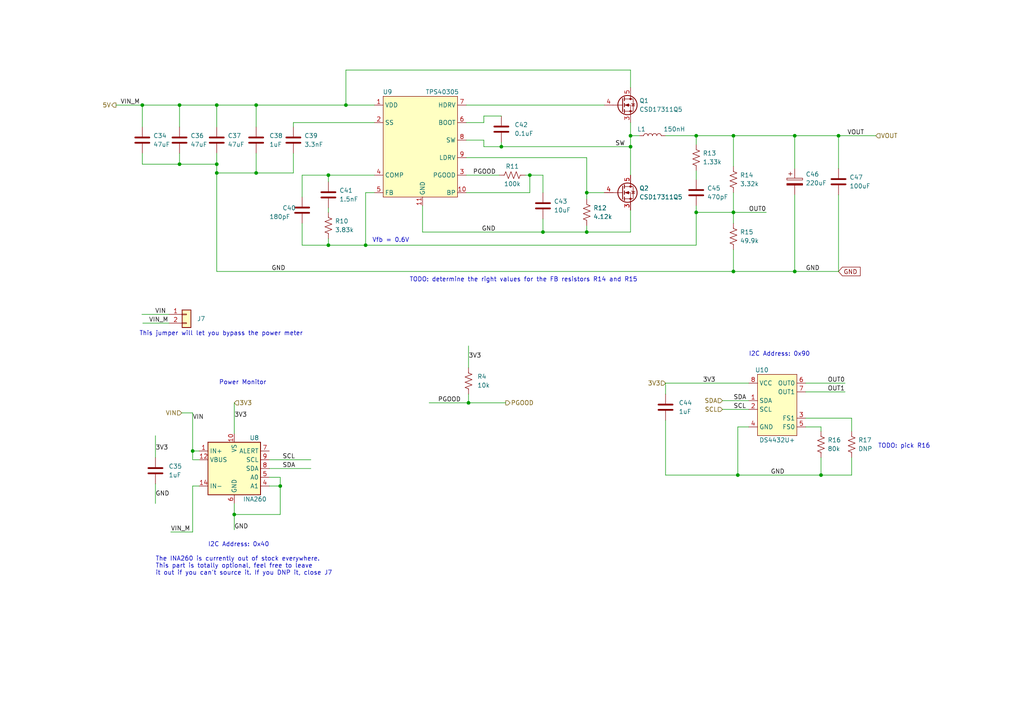
<source format=kicad_sch>
(kicad_sch (version 20211123) (generator eeschema)
  (paper "A4")
  (lib_symbols
    (symbol "Connector_Generic:Conn_01x02" (pin_names (offset 1.016) hide)
      (property "Reference" "J" (at 0 2.54 0))
      (property "Value" "Conn_01x02" (at 0 -5.08 0))
      (symbol "Conn_01x02_1_1"
        (rectangle (start -1.27 -2.413) (end 0 -2.667) (stroke (width 0.1524)))
        (rectangle (start -1.27 0.127) (end 0 -0.127) (stroke (width 0.1524)))
        (rectangle (start -1.27 1.27) (end 1.27 -3.81) (stroke (width 0.254)) (fill (type background)))
        (pin passive line (at -5.08 0 0) (length 3.81) (name "Pin_1") (number "1"))
        (pin passive line (at -5.08 -2.54 0) (length 3.81) (name "Pin_2") (number "2"))
      )
    )
    (symbol "Device:C" (pin_numbers hide) (pin_names (offset 0.254))
      (property "Reference" "C" (at 0.635 2.54 0))
      (property "Value" "C" (at 0.635 -2.54 0))
      (symbol "C_0_1"
        (polyline (pts (xy -2.032 -0.762) (xy 2.032 -0.762)) (stroke (width 0.508)))
        (polyline (pts (xy -2.032 0.762) (xy 2.032 0.762)) (stroke (width 0.508)))
      )
      (symbol "C_1_1"
        (pin passive line (at 0 3.81 270) (length 2.794) (name "~") (number "1"))
        (pin passive line (at 0 -3.81 90) (length 2.794) (name "~") (number "2"))
      )
    )
    (symbol "Device:C_Polarized" (pin_numbers hide) (pin_names (offset 0.254))
      (property "Reference" "C" (at 0.635 2.54 0))
      (property "Value" "C_Polarized" (at 0.635 -2.54 0))
      (symbol "C_Polarized_0_1"
        (rectangle (start -2.286 0.508) (end 2.286 1.016))
        (polyline (pts (xy -1.778 2.286) (xy -0.762 2.286)))
        (polyline (pts (xy -1.27 2.794) (xy -1.27 1.778)))
        (rectangle (start 2.286 -0.508) (end -2.286 -1.016) (fill (type outline)))
      )
      (symbol "C_Polarized_1_1"
        (pin passive line (at 0 3.81 270) (length 2.794) (name "~") (number "1"))
        (pin passive line (at 0 -3.81 90) (length 2.794) (name "~") (number "2"))
      )
    )
    (symbol "Device:L" (pin_numbers hide) (pin_names (offset 1.016) hide)
      (property "Reference" "L" (at -1.27 0 90))
      (property "Value" "L" (at 1.905 0 90))
      (symbol "L_0_1"
        (arc (start 0 -2.54) (mid 0.635 -1.905) (end 0 -1.27))
        (arc (start 0 -1.27) (mid 0.635 -0.635) (end 0 0))
        (arc (start 0 0) (mid 0.635 0.635) (end 0 1.27))
        (arc (start 0 1.27) (mid 0.635 1.905) (end 0 2.54))
      )
      (symbol "L_1_1"
        (pin passive line (at 0 3.81 270) (length 1.27) (name "1") (number "1"))
        (pin passive line (at 0 -3.81 90) (length 1.27) (name "2") (number "2"))
      )
    )
    (symbol "Device:R_US" (pin_numbers hide) (pin_names (offset 0))
      (property "Reference" "R" (at 2.54 0 90))
      (property "Value" "R_US" (at -2.54 0 90))
      (symbol "R_US_0_1"
        (polyline (pts (xy 0 -2.286) (xy 0 -2.54)))
        (polyline (pts (xy 0 2.286) (xy 0 2.54)))
        (polyline (pts (xy 0 -0.762) (xy 1.016 -1.143) (xy 0 -1.524) (xy -1.016 -1.905) (xy 0 -2.286)))
        (polyline (pts (xy 0 0.762) (xy 1.016 0.381) (xy 0 0) (xy -1.016 -0.381) (xy 0 -0.762)))
        (polyline (pts (xy 0 2.286) (xy 1.016 1.905) (xy 0 1.524) (xy -1.016 1.143) (xy 0 0.762)))
      )
      (symbol "R_US_1_1"
        (pin passive line (at 0 3.81 270) (length 1.27) (name "~") (number "1"))
        (pin passive line (at 0 -3.81 90) (length 1.27) (name "~") (number "2"))
      )
    )
    (symbol "Q_NMOS_CSD17311Q5_1" (pin_names (offset 0) hide)
      (property "Reference" "Q" (at 5.08 1.27 0))
      (property "Value" "Q_NMOS_CSD17311Q5_1" (at 5.08 -1.27 0))
      (symbol "Q_NMOS_CSD17311Q5_1_0_1"
        (polyline (pts (xy 0.254 0) (xy -2.54 0)))
        (polyline (pts (xy 0.254 1.905) (xy 0.254 -1.905)) (stroke (width 0.254)))
        (polyline (pts (xy 0.762 -1.27) (xy 0.762 -2.286)) (stroke (width 0.254)))
        (polyline (pts (xy 0.762 0.508) (xy 0.762 -0.508)) (stroke (width 0.254)))
        (polyline (pts (xy 0.762 2.286) (xy 0.762 1.27)) (stroke (width 0.254)))
        (polyline (pts (xy 2.54 2.54) (xy 2.54 1.778)))
        (polyline (pts (xy 2.54 -2.54) (xy 2.54 0) (xy 0.762 0)))
        (polyline (pts (xy 0.762 -1.778) (xy 3.302 -1.778) (xy 3.302 1.778) (xy 0.762 1.778)))
        (polyline (pts (xy 1.016 0) (xy 2.032 0.381) (xy 2.032 -0.381) (xy 1.016 0)) (fill (type outline)))
        (polyline (pts (xy 2.794 0.508) (xy 2.921 0.381) (xy 3.683 0.381) (xy 3.81 0.254)))
        (polyline (pts (xy 3.302 0.381) (xy 2.921 -0.254) (xy 3.683 -0.254) (xy 3.302 0.381)))
        (circle (center 1.651 0) (radius 2.794) (stroke (width 0.254)))
        (circle (center 2.54 -1.778) (radius 0.254) (fill (type outline)))
        (circle (center 2.54 1.778) (radius 0.254) (fill (type outline)))
      )
      (symbol "Q_NMOS_CSD17311Q5_1_1_1"
        (pin passive line (at 2.54 -5.08 90) (length 2.54) hide (name "") (number "1"))
        (pin passive line (at 2.54 -5.08 90) (length 2.54) hide (name "") (number "2"))
        (pin passive line (at 2.54 -5.08 90) (length 2.54) (name "S") (number "3"))
        (pin input line (at -5.08 0 0) (length 2.54) (name "G") (number "4"))
        (pin passive line (at 2.54 5.08 270) (length 2.54) (name "D") (number "5"))
      )
    )
    (symbol "Sensor:INA260"
      (property "Reference" "U" (at -6.35 8.89 0))
      (property "Value" "INA260" (at 2.54 8.89 0))
      (symbol "INA260_0_1"
        (rectangle (start -7.62 7.62) (end 7.62 -7.62) (stroke (width 0.254)) (fill (type background)))
      )
      (symbol "INA260_1_1"
        (pin passive line (at -10.16 5.08 0) (length 2.54) (name "IN+") (number "1"))
        (pin power_in line (at 0 10.16 270) (length 2.54) (name "VS") (number "10"))
        (pin passive line (at 0 -10.16 90) (length 2.54) hide (name "GND") (number "11"))
        (pin passive line (at -10.16 2.54 0) (length 2.54) (name "VBUS") (number "12"))
        (pin no_connect line (at 2.54 -7.62 90) (length 2.54) hide (name "NC") (number "13"))
        (pin passive line (at -10.16 -5.08 0) (length 2.54) (name "IN-") (number "14"))
        (pin passive line (at -10.16 -5.08 0) (length 2.54) hide (name "IN-") (number "15"))
        (pin passive line (at -10.16 -5.08 0) (length 2.54) hide (name "IN-") (number "16"))
        (pin passive line (at -10.16 5.08 0) (length 2.54) hide (name "IN+") (number "2"))
        (pin passive line (at -10.16 5.08 0) (length 2.54) hide (name "IN+") (number "3"))
        (pin input line (at 10.16 -5.08 180) (length 2.54) (name "A1") (number "4"))
        (pin input line (at 10.16 -2.54 180) (length 2.54) (name "A0") (number "5"))
        (pin power_in line (at 0 -10.16 90) (length 2.54) (name "GND") (number "6"))
        (pin open_collector line (at 10.16 5.08 180) (length 2.54) (name "ALERT") (number "7"))
        (pin bidirectional line (at 10.16 0 180) (length 2.54) (name "SDA") (number "8"))
        (pin input line (at 10.16 2.54 180) (length 2.54) (name "SCL") (number "9"))
      )
    )
    (symbol "TPS40305:DS4432U+"
      (property "Reference" "U" (at 3.81 10.16 0))
      (property "Value" "DS4432U+" (at -1.27 -10.16 0))
      (symbol "DS4432U+_0_1"
        (rectangle (start -6.35 8.89) (end 5.08 -8.89) (stroke (width 0.1524)) (fill (type background)))
      )
      (symbol "DS4432U+_1_1"
        (pin input line (at -8.89 1.27 0) (length 2.54) (name "SDA") (number "1"))
        (pin input line (at -8.89 -1.27 0) (length 2.54) (name "SCL") (number "2"))
        (pin input line (at 7.62 -3.81 180) (length 2.54) (name "FS1") (number "3"))
        (pin power_in line (at -8.89 -6.35 0) (length 2.54) (name "GND") (number "4"))
        (pin input line (at 7.62 -6.35 180) (length 2.54) (name "FS0") (number "5"))
        (pin output line (at 7.62 6.35 180) (length 2.54) (name "OUT0") (number "6"))
        (pin output line (at 7.62 3.81 180) (length 2.54) (name "OUT1") (number "7"))
        (pin power_in line (at -8.89 6.35 0) (length 2.54) (name "VCC") (number "8"))
      )
    )
    (symbol "TPS40305:TPS40305"
      (property "Reference" "U" (at 10.16 16.51 0))
      (property "Value" "TPS40305" (at -7.62 16.51 0))
      (symbol "TPS40305_0_1"
        (rectangle (start -11.43 15.24) (end 10.16 -13.97) (stroke (width 0.1524)) (fill (type background)))
      )
      (symbol "TPS40305_1_1"
        (pin input line (at -13.97 12.7 0) (length 2.54) (name "VDD") (number "1"))
        (pin input line (at 12.7 -12.7 180) (length 2.54) (name "BP") (number "10"))
        (pin input line (at 0 -16.51 90) (length 2.54) (name "GND") (number "11"))
        (pin input line (at -13.97 7.62 0) (length 2.54) (name "SS") (number "2"))
        (pin input line (at 12.7 -7.62 180) (length 2.54) (name "PGOOD") (number "3"))
        (pin input line (at -13.97 -7.62 0) (length 2.54) (name "COMP") (number "4"))
        (pin input line (at -13.97 -12.7 0) (length 2.54) (name "FB") (number "5"))
        (pin input line (at 12.7 7.62 180) (length 2.54) (name "BOOT") (number "6"))
        (pin input line (at 12.7 12.7 180) (length 2.54) (name "HDRV") (number "7"))
        (pin input line (at 12.7 2.54 180) (length 2.54) (name "SW") (number "8"))
        (pin input line (at 12.7 -2.54 180) (length 2.54) (name "LDRV") (number "9"))
      )
    )
  )
  (junction (at 135.89 116.84))
  (junction (at 62.865 50.165))
  (junction (at 201.93 61.595))
  (junction (at 62.865 47.625))
  (junction (at 238.125 137.795))
  (junction (at 153.67 50.8))
  (junction (at 213.995 137.795))
  (junction (at 41.275 30.48))
  (junction (at 145.415 42.545))
  (junction (at 182.88 42.545))
  (junction (at 212.725 78.74))
  (junction (at 95.25 50.8))
  (junction (at 182.88 39.37))
  (junction (at 170.18 55.88))
  (junction (at 230.505 78.74))
  (junction (at 212.725 39.37))
  (junction (at 52.07 47.625))
  (junction (at 74.295 30.48))
  (junction (at 100.33 30.48))
  (junction (at 106.045 71.12))
  (junction (at 67.945 149.225))
  (junction (at 52.07 30.48))
  (junction (at 230.505 39.37))
  (junction (at 212.725 61.595))
  (junction (at 81.28 140.97))
  (junction (at 157.48 67.31))
  (junction (at 62.865 30.48))
  (junction (at 74.295 50.165))
  (junction (at 243.205 39.37))
  (junction (at 55.88 130.81))
  (junction (at 201.93 39.37))
  (junction (at 95.25 71.12))
  (junction (at 170.18 67.31))
  (wire (pts (xy 247.015 137.795) (xy 238.125 137.795)))
  (wire (pts (xy 243.205 39.37) (xy 230.505 39.37)))
  (wire (pts (xy 193.04 111.125) (xy 217.17 111.125)))
  (wire (pts (xy 157.48 63.5) (xy 157.48 67.31)))
  (wire (pts (xy 41.275 30.48) (xy 52.07 30.48)))
  (wire (pts (xy 108.585 50.8) (xy 95.25 50.8)))
  (wire (pts (xy 182.88 35.56) (xy 182.88 39.37)))
  (wire (pts (xy 243.205 48.895) (xy 243.205 39.37)))
  (wire (pts (xy 170.18 55.88) (xy 175.26 55.88)))
  (wire (pts (xy 67.945 116.84) (xy 67.945 125.73)))
  (wire (pts (xy 95.25 60.325) (xy 95.25 61.595)))
  (wire (pts (xy 74.295 44.45) (xy 74.295 50.165)))
  (wire (pts (xy 212.725 55.88) (xy 212.725 61.595)))
  (wire (pts (xy 170.18 45.72) (xy 170.18 55.88)))
  (wire (pts (xy 55.88 130.81) (xy 55.88 119.761)))
  (wire (pts (xy 52.07 44.45) (xy 52.07 47.625)))
  (wire (pts (xy 170.18 67.31) (xy 170.18 65.405)))
  (wire (pts (xy 233.68 113.665) (xy 245.11 113.665)))
  (wire (pts (xy 85.09 44.45) (xy 85.09 50.165)))
  (wire (pts (xy 247.015 132.715) (xy 247.015 137.795)))
  (wire (pts (xy 182.88 20.32) (xy 100.33 20.32)))
  (wire (pts (xy 193.04 114.3) (xy 193.04 111.125)))
  (wire (pts (xy 201.93 39.37) (xy 201.93 41.91)))
  (wire (pts (xy 57.785 133.35) (xy 55.88 133.35)))
  (wire (pts (xy 52.07 47.625) (xy 62.865 47.625)))
  (wire (pts (xy 243.205 39.37) (xy 254 39.37)))
  (wire (pts (xy 55.88 140.97) (xy 55.88 154.305)))
  (wire (pts (xy 124.46 116.84) (xy 135.89 116.84)))
  (wire (pts (xy 87.63 71.12) (xy 87.63 64.77)))
  (wire (pts (xy 87.63 50.8) (xy 87.63 57.15)))
  (wire (pts (xy 49.53 154.305) (xy 55.88 154.305)))
  (wire (pts (xy 209.55 116.205) (xy 217.17 116.205)))
  (wire (pts (xy 62.865 50.165) (xy 74.295 50.165)))
  (wire (pts (xy 78.105 138.43) (xy 81.28 138.43)))
  (wire (pts (xy 122.555 67.31) (xy 157.48 67.31)))
  (wire (pts (xy 81.28 149.225) (xy 67.945 149.225)))
  (wire (pts (xy 213.995 123.825) (xy 217.17 123.825)))
  (wire (pts (xy 62.865 78.74) (xy 212.725 78.74)))
  (wire (pts (xy 201.93 49.53) (xy 201.93 52.07)))
  (wire (pts (xy 57.785 130.81) (xy 55.88 130.81)))
  (wire (pts (xy 74.295 30.48) (xy 74.295 36.83)))
  (wire (pts (xy 95.25 69.215) (xy 95.25 71.12)))
  (wire (pts (xy 233.68 121.285) (xy 247.015 121.285)))
  (wire (pts (xy 212.725 72.39) (xy 212.725 78.74)))
  (wire (pts (xy 41.402 93.726) (xy 49.022 93.726)))
  (wire (pts (xy 157.48 67.31) (xy 170.18 67.31)))
  (wire (pts (xy 238.125 132.715) (xy 238.125 137.795)))
  (wire (pts (xy 153.67 55.88) (xy 153.67 50.8)))
  (wire (pts (xy 230.505 39.37) (xy 230.505 48.895)))
  (wire (pts (xy 212.725 61.595) (xy 212.725 64.77)))
  (wire (pts (xy 140.335 40.64) (xy 140.335 42.545)))
  (wire (pts (xy 182.88 60.96) (xy 182.88 67.31)))
  (wire (pts (xy 81.28 138.43) (xy 81.28 140.97)))
  (wire (pts (xy 135.255 45.72) (xy 170.18 45.72)))
  (wire (pts (xy 135.255 40.64) (xy 140.335 40.64)))
  (wire (pts (xy 41.275 47.625) (xy 52.07 47.625)))
  (wire (pts (xy 233.68 111.125) (xy 245.11 111.125)))
  (wire (pts (xy 135.255 55.88) (xy 153.67 55.88)))
  (wire (pts (xy 41.275 36.83) (xy 41.275 30.48)))
  (wire (pts (xy 230.505 56.515) (xy 230.505 78.74)))
  (wire (pts (xy 62.865 30.48) (xy 62.865 36.83)))
  (wire (pts (xy 152.4 50.8) (xy 153.67 50.8)))
  (wire (pts (xy 52.07 30.48) (xy 62.865 30.48)))
  (wire (pts (xy 213.995 137.795) (xy 213.995 123.825)))
  (wire (pts (xy 45.085 140.335) (xy 45.085 146.05)))
  (wire (pts (xy 140.335 42.545) (xy 145.415 42.545)))
  (wire (pts (xy 230.505 39.37) (xy 212.725 39.37)))
  (wire (pts (xy 100.33 20.32) (xy 100.33 30.48)))
  (wire (pts (xy 182.88 67.31) (xy 170.18 67.31)))
  (wire (pts (xy 67.945 149.225) (xy 67.945 153.67)))
  (wire (pts (xy 233.68 123.825) (xy 238.125 123.825)))
  (wire (pts (xy 135.89 116.84) (xy 146.685 116.84)))
  (wire (pts (xy 170.18 55.88) (xy 170.18 57.785)))
  (wire (pts (xy 182.88 42.545) (xy 182.88 50.8)))
  (wire (pts (xy 95.25 71.12) (xy 87.63 71.12)))
  (wire (pts (xy 62.865 30.48) (xy 74.295 30.48)))
  (wire (pts (xy 230.505 78.74) (xy 243.205 78.74)))
  (wire (pts (xy 193.04 137.795) (xy 213.995 137.795)))
  (wire (pts (xy 78.105 140.97) (xy 81.28 140.97)))
  (wire (pts (xy 67.945 146.05) (xy 67.945 149.225)))
  (wire (pts (xy 135.255 50.8) (xy 144.78 50.8)))
  (wire (pts (xy 106.045 71.12) (xy 95.25 71.12)))
  (wire (pts (xy 157.48 50.8) (xy 157.48 55.88)))
  (wire (pts (xy 52.07 30.48) (xy 52.07 36.83)))
  (wire (pts (xy 135.89 114.3) (xy 135.89 116.84)))
  (wire (pts (xy 62.865 47.625) (xy 62.865 50.165)))
  (wire (pts (xy 145.415 42.545) (xy 182.88 42.545)))
  (wire (pts (xy 182.88 25.4) (xy 182.88 20.32)))
  (wire (pts (xy 62.865 50.165) (xy 62.865 78.74)))
  (wire (pts (xy 247.015 121.285) (xy 247.015 125.095)))
  (wire (pts (xy 41.275 44.45) (xy 41.275 47.625)))
  (wire (pts (xy 62.865 44.45) (xy 62.865 47.625)))
  (wire (pts (xy 122.555 59.69) (xy 122.555 67.31)))
  (wire (pts (xy 212.725 61.595) (xy 222.25 61.595)))
  (wire (pts (xy 212.725 78.74) (xy 230.505 78.74)))
  (wire (pts (xy 193.04 39.37) (xy 201.93 39.37)))
  (wire (pts (xy 209.55 118.745) (xy 217.17 118.745)))
  (wire (pts (xy 108.585 55.88) (xy 106.045 55.88)))
  (wire (pts (xy 108.585 35.56) (xy 85.09 35.56)))
  (wire (pts (xy 57.785 140.97) (xy 55.88 140.97)))
  (wire (pts (xy 201.93 39.37) (xy 212.725 39.37)))
  (wire (pts (xy 153.67 50.8) (xy 157.48 50.8)))
  (wire (pts (xy 140.335 35.56) (xy 140.335 33.655)))
  (wire (pts (xy 201.93 59.69) (xy 201.93 61.595)))
  (wire (pts (xy 41.148 91.186) (xy 49.022 91.186)))
  (wire (pts (xy 243.205 56.515) (xy 243.205 78.74)))
  (wire (pts (xy 201.93 71.12) (xy 106.045 71.12)))
  (wire (pts (xy 95.25 50.8) (xy 87.63 50.8)))
  (wire (pts (xy 74.295 30.48) (xy 100.33 30.48)))
  (wire (pts (xy 140.335 33.655) (xy 145.415 33.655)))
  (wire (pts (xy 145.415 41.275) (xy 145.415 42.545)))
  (wire (pts (xy 45.085 126.365) (xy 45.085 132.715)))
  (wire (pts (xy 135.255 30.48) (xy 175.26 30.48)))
  (wire (pts (xy 55.88 133.35) (xy 55.88 130.81)))
  (wire (pts (xy 100.33 30.48) (xy 108.585 30.48)))
  (wire (pts (xy 85.09 35.56) (xy 85.09 36.83)))
  (wire (pts (xy 212.725 39.37) (xy 212.725 48.26)))
  (wire (pts (xy 182.88 39.37) (xy 185.42 39.37)))
  (wire (pts (xy 135.89 100.33) (xy 135.89 106.68)))
  (wire (pts (xy 238.125 123.825) (xy 238.125 125.095)))
  (wire (pts (xy 201.93 61.595) (xy 201.93 71.12)))
  (wire (pts (xy 135.255 35.56) (xy 140.335 35.56)))
  (wire (pts (xy 78.105 133.35) (xy 90.17 133.35)))
  (wire (pts (xy 81.28 140.97) (xy 81.28 149.225)))
  (wire (pts (xy 106.045 55.88) (xy 106.045 71.12)))
  (wire (pts (xy 182.88 39.37) (xy 182.88 42.545)))
  (wire (pts (xy 238.125 137.795) (xy 213.995 137.795)))
  (wire (pts (xy 193.04 121.92) (xy 193.04 137.795)))
  (wire (pts (xy 52.705 119.761) (xy 55.88 119.761)))
  (wire (pts (xy 33.655 30.48) (xy 41.275 30.48)))
  (wire (pts (xy 78.105 135.89) (xy 90.17 135.89)))
  (wire (pts (xy 74.295 50.165) (xy 85.09 50.165)))
  (wire (pts (xy 201.93 61.595) (xy 212.725 61.595)))
  (wire (pts (xy 95.25 50.8) (xy 95.25 52.705)))
  (text "I2C Address: 0x90" (at 217.17 103.505 0) (effects (font (size 1.27 1.27)) (justify left bottom)))
  (text "The INA260 is currently out of stock everywhere.\nThis part is totally optional, feel free to leave \nit out if you can't source it. If you DNP it, close J7" (at 45.085 167.005 0) (effects (font (size 1.27 1.27)) (justify left bottom)))
  (text "Power Monitor" (at 63.5 111.76 0) (effects (font (size 1.27 1.27)) (justify left bottom)))
  (text "TODO: determine the right values for the FB resistors R14 and R15" (at 118.745 81.915 0) (effects (font (size 1.27 1.27)) (justify left bottom)))
  (text "TODO: pick R16" (at 254.635 130.175 0) (effects (font (size 1.27 1.27)) (justify left bottom)))
  (text "I2C Address: 0x40" (at 60.325 158.75 0) (effects (font (size 1.27 1.27)) (justify left bottom)))
  (text "Vfb = 0.6V" (at 107.95 70.485 0) (effects (font (size 1.27 1.27)) (justify left bottom)))
  (text "This jumper will let you bypass the power meter" (at 40.386 97.536 0) (effects (font (size 1.27 1.27)) (justify left bottom)))
  (label "3V3" (at 203.835 111.125 0))
  (label "SDA" (at 212.725 116.205 0))
  (label "VIN_M" (at 34.925 30.48 0))
  (label "GND" (at 233.68 78.74 0))
  (label "VIN_M" (at 49.53 154.305 0))
  (label "GND" (at 78.74 78.74 0))
  (label "VIN" (at 44.958 91.186 0))
  (label "GND" (at 67.945 153.67 0))
  (label "3V3" (at 67.945 121.285 0))
  (label "PGOOD" (at 137.16 50.8 0))
  (label "GND" (at 45.085 144.145 0))
  (label "SCL" (at 81.915 133.35 0))
  (label "VOUT" (at 245.745 39.37 0))
  (label "3V3" (at 45.085 130.81 0))
  (label "OUT1" (at 240.03 113.665 0))
  (label "SCL" (at 212.725 118.745 0))
  (label "SDA" (at 81.915 135.89 0))
  (label "OUT0" (at 217.17 61.595 0))
  (label "OUT0" (at 240.03 111.125 0))
  (label "GND" (at 223.52 137.795 0))
  (label "VIN_M" (at 43.18 93.726 0))
  (label "3V3" (at 135.89 104.14 0))
  (label "PGOOD" (at 127 116.84 0))
  (label "SW" (at 178.435 42.545 0))
  (label "GND" (at 139.7 67.31 0))
  (label "VIN" (at 55.88 121.92 0))
  (global_label "GND" (shape input) (at 243.205 78.74 0) (property "Intersheet References" "${INTERSHEET_REFS}" (effects hide)))
  (hierarchical_label "SDA" (shape input) (at 209.55 116.205 180))
  (hierarchical_label "5V" (shape output) (at 33.655 30.48 180))
  (hierarchical_label "SCL" (shape input) (at 209.55 118.745 180))
  (hierarchical_label "3V3" (shape input) (at 67.945 116.84 0))
  (hierarchical_label "VOUT" (shape input) (at 254 39.37 0))
  (hierarchical_label "VIN" (shape input) (at 52.705 119.761 180))
  (hierarchical_label "3V3" (shape input) (at 193.04 111.125 180))
  (hierarchical_label "PGOOD" (shape output) (at 146.685 116.84 0))
  (symbol (lib_id "Device:C") (at 157.48 59.69 0) (unit 1)
    (property "Reference" "C43" (at 160.655 58.4199 0) (effects (justify left)))
    (property "Value" "10uF" (at 160.655 60.9599 0) (effects (justify left)))
    (property "Footprint" "Capacitor_SMD:C_0805_2012Metric" (effects hide))
    (property "DK" "1276-1096-1-ND" (effects hide))
  )
  (symbol (lib_id "Device:R_US") (at 212.725 52.07 0) (unit 1)
    (property "Reference" "R14" (at 214.63 50.7999 0) (effects (justify left)))
    (property "Value" "3.32k" (at 214.63 53.3399 0) (effects (justify left)))
    (property "Footprint" "Resistor_SMD:R_0402_1005Metric" (effects hide))
    (property "DK" "311-3.32KLRCT-ND" (effects hide))
  )
  (symbol (lib_id "Device:C") (at 62.865 40.64 0) (unit 1)
    (property "Reference" "C37" (at 66.04 39.3699 0) (effects (justify left)))
    (property "Value" "47uF" (at 66.04 41.9099 0) (effects (justify left)))
    (property "Footprint" "Capacitor_SMD:C_1210_3225Metric" (effects hide))
    (property "DK" "490-6539-1-ND" (effects hide))
    (property "PARTNO" "GRM32ER61C476KE15L" (effects hide))
  )
  (symbol (lib_id "Device:C_Polarized") (at 230.505 52.705 0) (unit 1)
    (property "Reference" "C46" (at 233.68 50.5459 0) (effects (justify left)))
    (property "Value" "220uF" (at 233.68 53.0859 0) (effects (justify left)))
    (property "Footprint" "TPS40305_supply:CAP_2R5TPE220MAFB" (effects hide))
    (property "Datasheet" "https://media.digikey.com/pdf/Data%20Sheets/Panasonic%20Capacitors%20PDFs/TPE_Series_POSCAP_Rev02_Oct_2017.pdf" (effects hide))
    (property "PARTNO" "2R5TPE220MAFB" (effects hide))
    (property "DK" "P16200CT-ND" (effects hide))
  )
  (symbol (lib_id "TPS40305:TPS40305") (at 122.555 43.18 0) (unit 1)
    (property "Reference" "U9" (at 112.395 26.67 0))
    (property "Value" "TPS40305" (at 128.27 26.67 0))
    (property "Footprint" "TPS40305_supply:TPS40305" (effects hide))
    (property "Datasheet" "https://www.ti.com/lit/ds/symlink/tps40303.pdf" (effects hide))
    (property "DK" "296-37445-1-ND" (effects hide))
    (property "PARTNO" "TPS40305DRCR" (effects hide))
  )
  (symbol (lib_id "Sensor:INA260") (at 67.945 135.89 0) (unit 1)
    (property "Reference" "U8" (at 72.39 127 0) (effects (justify left)))
    (property "Value" "INA260" (at 70.485 144.78 0) (effects (justify left)))
    (property "Footprint" "Package_SO:TSSOP-16_4.4x5mm_P0.65mm" (effects hide))
    (property "Datasheet" "http://www.ti.com/lit/ds/symlink/ina260.pdf" (effects hide))
    (property "PARTNO" "INA260AIPWR" (effects hide))
    (property "DK" "296-47777-1-ND" (effects hide))
  )
  (symbol (lib_id "Device:C") (at 41.275 40.64 0) (unit 1)
    (property "Reference" "C34" (at 44.45 39.3699 0) (effects (justify left)))
    (property "Value" "47uF" (at 44.45 41.9099 0) (effects (justify left)))
    (property "Footprint" "Capacitor_SMD:C_1210_3225Metric" (effects hide))
    (property "DK" "490-6539-1-ND" (effects hide))
    (property "PARTNO" "GRM32ER61C476KE15L" (effects hide))
  )
  (symbol (lib_name "Q_NMOS_CSD17311Q5_1") (lib_id "TPS40305:Q_NMOS_CSD17311Q5") (at 180.34 55.88 0) (unit 1)
    (property "Reference" "Q2" (at 185.42 54.61 0) (effects (justify left)))
    (property "Value" "CSD17311Q5" (at 185.42 57.15 0) (effects (justify left)))
    (property "Footprint" "TPS40305_supply:CSD17311Q5" (effects hide))
    (property "Datasheet" "https://www.ti.com/lit/ds/symlink/csd17311q5.pdf" (effects hide))
    (property "DK" "296-27625-1-ND" (effects hide))
    (property "PARTNO" "CSD17311Q5" (effects hide))
  )
  (symbol (lib_id "Device:C") (at 85.09 40.64 0) (unit 1)
    (property "Reference" "C39" (at 88.265 39.3699 0) (effects (justify left)))
    (property "Value" "3.3nF" (at 88.265 41.9099 0) (effects (justify left)))
    (property "Footprint" "Capacitor_SMD:C_0402_1005Metric" (effects hide))
    (property "DK" "1276-1552-1-ND" (effects hide))
  )
  (symbol (lib_id "Device:C") (at 52.07 40.64 0) (unit 1)
    (property "Reference" "C36" (at 55.245 39.3699 0) (effects (justify left)))
    (property "Value" "47uF" (at 55.245 41.9099 0) (effects (justify left)))
    (property "Footprint" "Capacitor_SMD:C_1210_3225Metric" (effects hide))
    (property "DK" "490-6539-1-ND" (effects hide))
    (property "PARTNO" "GRM32ER61C476KE15L" (effects hide))
  )
  (symbol (lib_id "Device:C") (at 74.295 40.64 0) (unit 1)
    (property "Reference" "C38" (at 78.105 39.3699 0) (effects (justify left)))
    (property "Value" "1uF" (at 78.105 41.9099 0) (effects (justify left)))
    (property "Footprint" "Capacitor_SMD:C_0805_2012Metric" (effects hide))
    (property "DK" "1276-6471-1-ND" (effects hide))
  )
  (symbol (lib_id "TPS40305:DS4432U+") (at 226.06 117.475 0) (unit 1)
    (property "Reference" "U10" (at 220.98 107.315 0))
    (property "Value" "DS4432U+" (at 225.425 127.635 0))
    (property "Footprint" "Package_SO:TSSOP-8_3x3mm_P0.65mm" (effects hide))
    (property "Datasheet" "https://datasheets.maximintegrated.com/en/ds/DS4432.pdf" (effects hide))
    (property "DK" "DS4432U+-ND" (effects hide))
    (property "PARTNO" "DS4432U+" (effects hide))
  )
  (symbol (lib_id "Device:C") (at 243.205 52.705 0) (unit 1)
    (property "Reference" "C47" (at 246.38 51.4349 0) (effects (justify left)))
    (property "Value" "100uF" (at 246.38 53.9749 0) (effects (justify left)))
    (property "Footprint" "Capacitor_SMD:C_1206_3216Metric" (effects hide))
    (property "PARTNO" "C3216X5R0J107M160AB" (effects hide))
    (property "DK" "445-6008-1-ND" (effects hide))
  )
  (symbol (lib_id "Device:C") (at 95.25 56.515 0) (unit 1)
    (property "Reference" "C41" (at 98.425 55.2449 0) (effects (justify left)))
    (property "Value" "1.5nF" (at 98.425 57.7849 0) (effects (justify left)))
    (property "Footprint" "Capacitor_SMD:C_0805_2012Metric" (effects hide))
    (property "DK" "311-1128-1-ND" (effects hide))
  )
  (symbol (lib_id "Device:R_US") (at 212.725 68.58 0) (unit 1)
    (property "Reference" "R15" (at 214.63 67.3099 0) (effects (justify left)))
    (property "Value" "49.9k" (at 214.63 69.8499 0) (effects (justify left)))
    (property "Footprint" "Resistor_SMD:R_0402_1005Metric" (effects hide))
    (property "DK" "311-49.9KLRCT-ND" (effects hide))
  )
  (symbol (lib_id "Device:R_US") (at 148.59 50.8 90) (unit 1)
    (property "Reference" "R11" (at 148.59 48.26 90))
    (property "Value" "100k" (at 148.59 53.34 90))
    (property "Footprint" "Resistor_SMD:R_0402_1005Metric" (effects hide))
    (property "DK" "311-100KJRCT-ND" (effects hide))
  )
  (symbol (lib_id "Device:C") (at 145.415 37.465 0) (unit 1)
    (property "Reference" "C42" (at 149.225 36.1949 0) (effects (justify left)))
    (property "Value" "0.1uF" (at 149.225 38.7349 0) (effects (justify left)))
    (property "Footprint" "Capacitor_SMD:C_0402_1005Metric" (effects hide))
    (property "DK" "1292-1639-1-ND" (effects hide))
  )
  (symbol (lib_id "Connector_Generic:Conn_01x02") (at 54.102 91.186 0) (unit 1)
    (property "Reference" "J7" (at 57.15 92.4559 0) (effects (justify left)))
    (property "Value" "Conn_01x02" (effects hide))
    (property "Footprint" "Connector_PinHeader_2.54mm:PinHeader_1x02_P2.54mm_Vertical" (effects hide))
    (property "DNP" "T" (effects hide))
  )
  (symbol (lib_id "Device:R_US") (at 238.125 128.905 0) (unit 1)
    (property "Reference" "R16" (at 240.03 127.6349 0) (effects (justify left)))
    (property "Value" "80k" (at 240.03 130.1749 0) (effects (justify left)))
    (property "Footprint" "Resistor_SMD:R_0402_1005Metric" (effects hide))
    (property "DK" "311-80.6KLRCT-ND" (effects hide))
  )
  (symbol (lib_id "Device:C") (at 193.04 118.11 0) (unit 1)
    (property "Reference" "C44" (at 196.85 116.8399 0) (effects (justify left)))
    (property "Value" "1uF" (at 196.85 119.3799 0) (effects (justify left)))
    (property "Footprint" "Capacitor_SMD:C_0402_1005Metric" (effects hide))
    (property "DK" "587-5514-1-ND" (effects hide))
  )
  (symbol (lib_id "Device:R_US") (at 201.93 45.72 0) (unit 1)
    (property "Reference" "R13" (at 203.835 44.4499 0) (effects (justify left)))
    (property "Value" "1.33k" (at 203.835 46.9899 0) (effects (justify left)))
    (property "Footprint" "Resistor_SMD:R_0402_1005Metric" (effects hide))
    (property "DK" "311-1.33KLRCT-ND" (effects hide))
  )
  (symbol (lib_id "Device:R_US") (at 95.25 65.405 0) (unit 1)
    (property "Reference" "R10" (at 97.155 64.1349 0) (effects (justify left)))
    (property "Value" "3.83k" (at 97.155 66.6749 0) (effects (justify left)))
    (property "Footprint" "Resistor_SMD:R_0402_1005Metric" (effects hide))
    (property "DK" "311-3.83KLRCT-ND" (effects hide))
  )
  (symbol (lib_name "Q_NMOS_CSD17311Q5_1") (lib_id "TPS40305:Q_NMOS_CSD17311Q5") (at 180.34 30.48 0) (unit 1)
    (property "Reference" "Q1" (at 185.42 29.21 0) (effects (justify left)))
    (property "Value" "CSD17311Q5" (at 185.42 31.75 0) (effects (justify left)))
    (property "Footprint" "TPS40305_supply:CSD17311Q5" (effects hide))
    (property "Datasheet" "https://www.ti.com/lit/ds/symlink/csd17311q5.pdf" (effects hide))
    (property "DK" "296-27625-1-ND" (effects hide))
    (property "PARTNO" "CSD17311Q5" (effects hide))
  )
  (symbol (lib_id "Device:C") (at 201.93 55.88 0) (unit 1)
    (property "Reference" "C45" (at 205.105 54.6099 0) (effects (justify left)))
    (property "Value" "470pF" (at 205.105 57.1499 0) (effects (justify left)))
    (property "Footprint" "Capacitor_SMD:C_0805_2012Metric" (effects hide))
    (property "DK" "1292-1580-1-ND" (effects hide))
  )
  (symbol (lib_id "Device:L") (at 189.23 39.37 90) (unit 1)
    (property "Reference" "L1" (at 186.055 37.465 90))
    (property "Value" "150nH" (at 195.58 37.465 90))
    (property "Footprint" "TPS40305_supply:FP1005R1-R15-R" (effects hide))
    (property "Datasheet" "https://www.eaton.com/content/dam/eaton/products/electronic-components/resources/data-sheet/eaton-fp1005r-high-current-power-inductors-data-sheet.pdf" (effects hide))
    (property "PARTNO" "FP1005R1-R15-R" (effects hide))
    (property "DK" "513-1568-1-ND" (effects hide))
  )
  (symbol (lib_id "Device:R_US") (at 247.015 128.905 0) (unit 1)
    (property "Reference" "R17" (at 248.92 127.6349 0) (effects (justify left)))
    (property "Value" "DNP" (at 248.92 130.1749 0) (effects (justify left)))
    (property "Footprint" "Resistor_SMD:R_0402_1005Metric" (effects hide))
    (property "DNP" "T" (effects hide))
  )
  (symbol (lib_id "Device:R_US") (at 170.18 61.595 0) (unit 1)
    (property "Reference" "R12" (at 172.085 60.3249 0) (effects (justify left)))
    (property "Value" "4.12k" (at 172.085 62.8649 0) (effects (justify left)))
    (property "Footprint" "Resistor_SMD:R_0402_1005Metric" (effects hide))
    (property "DK" "RMCF0402FT4K12CT-ND" (effects hide))
  )
  (symbol (lib_id "Device:C") (at 45.085 136.525 0) (unit 1)
    (property "Reference" "C35" (at 48.895 135.2549 0) (effects (justify left)))
    (property "Value" "1uF" (at 48.895 137.7949 0) (effects (justify left)))
    (property "Footprint" "Capacitor_SMD:C_0402_1005Metric" (effects hide))
    (property "DK" "587-5514-1-ND" (effects hide))
  )
  (symbol (lib_id "Device:C") (at 87.63 60.96 0) (unit 1)
    (property "Reference" "C40" (at 81.915 60.325 0) (effects (justify left)))
    (property "Value" "180pF" (at 78.105 62.865 0) (effects (justify left)))
    (property "Footprint" "Capacitor_SMD:C_0805_2012Metric" (effects hide))
    (property "DK" "311-1114-1-ND" (effects hide))
  )
  (symbol (lib_id "Device:R_US") (at 135.89 110.49 0) (unit 1)
    (property "Reference" "R4" (at 138.43 109.2199 0) (effects (justify left)))
    (property "Value" "10k" (at 138.43 111.7599 0) (effects (justify left)))
    (property "Footprint" "Resistor_SMD:R_0402_1005Metric" (effects hide))
    (property "DK" "311-10KJRCT-ND" (effects hide))
  )
)
</source>
